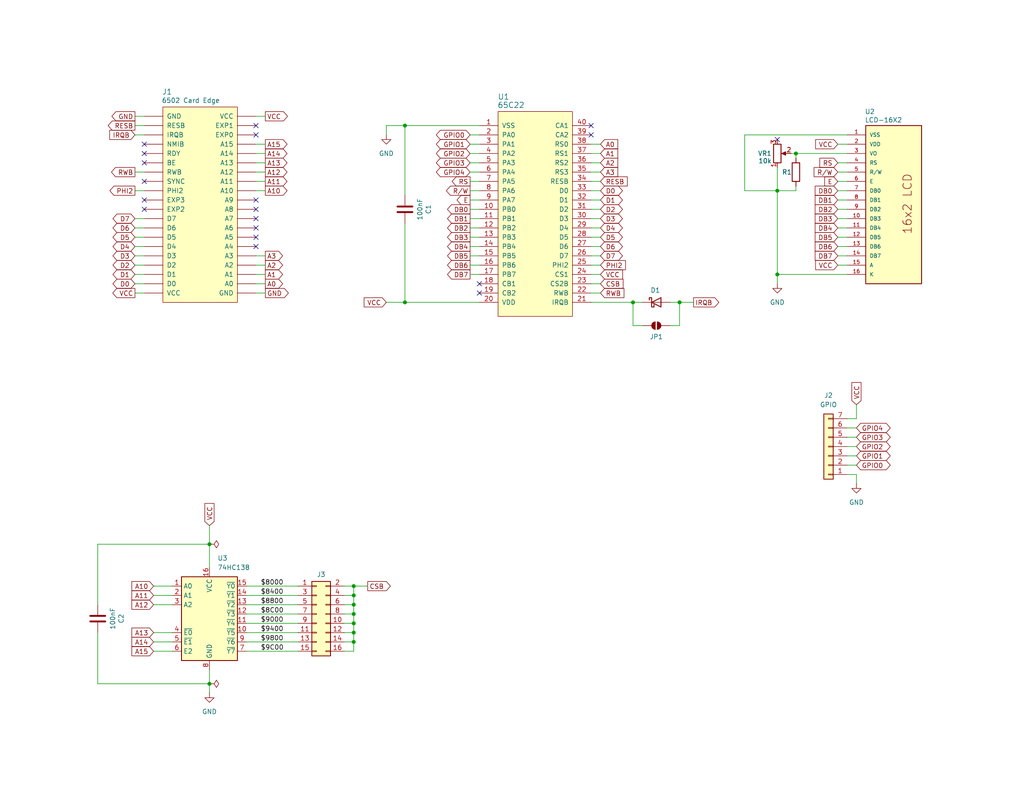
<source format=kicad_sch>
(kicad_sch (version 20250114) (generator "eeschema") (generator_version "9.0")
  (paper "USLetter")
  (title_block (title "6502 LCD Card") (date "2025-09-06") (rev "1.1") (company "A.C. Wright Design"))
  (lib_symbols
    (symbol "6502 Parts:6502 Card Edge" (pin_names (offset 1.016)) (in_bom no)
      (property "Reference" "J" (at -10.16 28.448 0))
      (property "Value" "6502 Card Edge" (at -5.588 26.924 0))
      (symbol "6502 Card Edge_1_0"
        (rectangle (start -10.16 25.4) (end 10.16 -27.94) (fill (type background)))
        (pin power_in line (at -15.24 22.86 0) (length 5.08) (name "GND") (number "GND"))
        (pin bidirectional line (at -15.24 20.32 0) (length 5.08) (name "RESB") (number "RESB"))
        (pin bidirectional line (at -15.24 17.78 0) (length 5.08) (name "IRQB") (number "IRQB"))
        (pin bidirectional line (at -15.24 15.24 0) (length 5.08) (name "NMIB") (number "NMIB"))
        (pin bidirectional line (at -15.24 12.7 0) (length 5.08) (name "RDY") (number "RDY"))
        (pin bidirectional line (at -15.24 10.16 0) (length 5.08) (name "BE") (number "BE"))
        (pin bidirectional line (at -15.24 7.62 0) (length 5.08) (name "RWB") (number "RWB"))
        (pin bidirectional line (at -15.24 5.08 0) (length 5.08) (name "SYNC") (number "SYNC"))
        (pin bidirectional line (at -15.24 2.54 0) (length 5.08) (name "PHI2") (number "PHI2"))
        (pin bidirectional line (at -15.24 0 0) (length 5.08) (name "EXP3") (number "EXP3"))
        (pin bidirectional line (at -15.24 -2.54 0) (length 5.08) (name "EXP2") (number "EXP2"))
        (pin bidirectional line (at -15.24 -5.08 0) (length 5.08) (name "D7") (number "D7"))
        (pin bidirectional line (at -15.24 -7.62 0) (length 5.08) (name "D6") (number "D6"))
        (pin bidirectional line (at -15.24 -10.16 0) (length 5.08) (name "D5") (number "D5"))
        (pin bidirectional line (at -15.24 -12.7 0) (length 5.08) (name "D4") (number "D4"))
        (pin bidirectional line (at -15.24 -15.24 0) (length 5.08) (name "D3") (number "D3"))
        (pin bidirectional line (at -15.24 -17.78 0) (length 5.08) (name "D2") (number "D2"))
        (pin bidirectional line (at -15.24 -20.32 0) (length 5.08) (name "D1") (number "D1"))
        (pin bidirectional line (at -15.24 -22.86 0) (length 5.08) (name "D0") (number "D0"))
        (pin power_in line (at -15.24 -25.4 0) (length 5.08) (name "VCC") (number "VCC"))
        (pin power_in line (at 15.24 22.86 180) (length 5.08) (name "VCC") (number "VCC"))
        (pin bidirectional line (at 15.24 20.32 180) (length 5.08) (name "EXP1") (number "EXP1"))
        (pin bidirectional line (at 15.24 17.78 180) (length 5.08) (name "EXP0") (number "EXP0"))
        (pin bidirectional line (at 15.24 15.24 180) (length 5.08) (name "A15") (number "A15"))
        (pin bidirectional line (at 15.24 12.7 180) (length 5.08) (name "A14") (number "A14"))
        (pin bidirectional line (at 15.24 10.16 180) (length 5.08) (name "A13") (number "A13"))
        (pin bidirectional line (at 15.24 7.62 180) (length 5.08) (name "A12") (number "A12"))
        (pin bidirectional line (at 15.24 5.08 180) (length 5.08) (name "A11") (number "A11"))
        (pin bidirectional line (at 15.24 2.54 180) (length 5.08) (name "A10") (number "A10"))
        (pin bidirectional line (at 15.24 0 180) (length 5.08) (name "A9") (number "A9"))
        (pin bidirectional line (at 15.24 -2.54 180) (length 5.08) (name "A8") (number "A8"))
        (pin bidirectional line (at 15.24 -5.08 180) (length 5.08) (name "A7") (number "A7"))
        (pin bidirectional line (at 15.24 -7.62 180) (length 5.08) (name "A6") (number "A6"))
        (pin bidirectional line (at 15.24 -10.16 180) (length 5.08) (name "A5") (number "A5"))
        (pin bidirectional line (at 15.24 -12.7 180) (length 5.08) (name "A4") (number "A4"))
        (pin bidirectional line (at 15.24 -15.24 180) (length 5.08) (name "A3") (number "A3"))
        (pin bidirectional line (at 15.24 -17.78 180) (length 5.08) (name "A2") (number "A2"))
        (pin bidirectional line (at 15.24 -20.32 180) (length 5.08) (name "A1") (number "A1"))
        (pin bidirectional line (at 15.24 -22.86 180) (length 5.08) (name "A0") (number "A0"))
        (pin power_in line (at 15.24 -25.4 180) (length 5.08) (name "GND") (number "GND"))
      )
    )
    (symbol "6502 Parts:65C22" (pin_names (offset 1.016))
      (property "Reference" "U" (at 4.826 8.128 0))
      (property "Value" "65C22" (at 4.826 5.588 0))
      (symbol "65C22_0_1"
        (rectangle (start 5.08 3.81) (end 25.4 -52.07) (fill (type background)))
      )
      (symbol "65C22_1_0"
        (pin power_in line (at 0 0 0) (length 5.08) (name "VSS") (number "1"))
        (pin bidirectional line (at 0 -2.54 0) (length 5.08) (name "PA0") (number "2"))
        (pin bidirectional line (at 0 -5.08 0) (length 5.08) (name "PA1") (number "3"))
        (pin bidirectional line (at 0 -7.62 0) (length 5.08) (name "PA2") (number "4"))
        (pin bidirectional line (at 0 -10.16 0) (length 5.08) (name "PA3") (number "5"))
        (pin bidirectional line (at 0 -12.7 0) (length 5.08) (name "PA4") (number "6"))
        (pin bidirectional line (at 0 -15.24 0) (length 5.08) (name "PA5") (number "7"))
        (pin bidirectional line (at 0 -17.78 0) (length 5.08) (name "PA6") (number "8"))
        (pin bidirectional line (at 0 -20.32 0) (length 5.08) (name "PA7") (number "9"))
        (pin bidirectional line (at 0 -22.86 0) (length 5.08) (name "PB0") (number "10"))
        (pin bidirectional line (at 0 -25.4 0) (length 5.08) (name "PB1") (number "11"))
        (pin bidirectional line (at 0 -27.94 0) (length 5.08) (name "PB2") (number "12"))
        (pin bidirectional line (at 0 -30.48 0) (length 5.08) (name "PB3") (number "13"))
        (pin bidirectional line (at 0 -33.02 0) (length 5.08) (name "PB4") (number "14"))
        (pin bidirectional line (at 0 -35.56 0) (length 5.08) (name "PB5") (number "15"))
        (pin bidirectional line (at 0 -38.1 0) (length 5.08) (name "PB6") (number "16"))
        (pin bidirectional line (at 0 -40.64 0) (length 5.08) (name "PB7") (number "17"))
        (pin bidirectional line (at 0 -43.18 0) (length 5.08) (name "CB1") (number "18"))
        (pin bidirectional line (at 0 -45.72 0) (length 5.08) (name "CB2") (number "19"))
        (pin power_in line (at 0 -48.26 0) (length 5.08) (name "VDD") (number "20"))
        (pin bidirectional line (at 30.48 0 180) (length 5.08) (name "CA1") (number "40"))
        (pin bidirectional line (at 30.48 -2.54 180) (length 5.08) (name "CA2") (number "39"))
        (pin input line (at 30.48 -5.08 180) (length 5.08) (name "RS0") (number "38"))
        (pin input line (at 30.48 -7.62 180) (length 5.08) (name "RS1") (number "37"))
        (pin input line (at 30.48 -10.16 180) (length 5.08) (name "RS2") (number "36"))
        (pin input line (at 30.48 -12.7 180) (length 5.08) (name "RS3") (number "35"))
        (pin input line (at 30.48 -15.24 180) (length 5.08) (name "RESB") (number "34"))
        (pin output line (at 30.48 -17.78 180) (length 5.08) (name "D0") (number "33"))
        (pin output line (at 30.48 -20.32 180) (length 5.08) (name "D1") (number "32"))
        (pin output line (at 30.48 -22.86 180) (length 5.08) (name "D2") (number "31"))
        (pin output line (at 30.48 -25.4 180) (length 5.08) (name "D3") (number "30"))
        (pin output line (at 30.48 -27.94 180) (length 5.08) (name "D4") (number "29"))
        (pin output line (at 30.48 -30.48 180) (length 5.08) (name "D5") (number "28"))
        (pin output line (at 30.48 -33.02 180) (length 5.08) (name "D6") (number "27"))
        (pin output line (at 30.48 -35.56 180) (length 5.08) (name "D7") (number "26"))
        (pin input line (at 30.48 -38.1 180) (length 5.08) (name "PHI2") (number "25"))
        (pin input line (at 30.48 -40.64 180) (length 5.08) (name "CS1") (number "24"))
        (pin input line (at 30.48 -43.18 180) (length 5.08) (name "CS2B") (number "23"))
        (pin input line (at 30.48 -45.72 180) (length 5.08) (name "RWB") (number "22"))
        (pin output line (at 30.48 -48.26 180) (length 5.08) (name "IRQB") (number "21"))
      )
    )
    (symbol "6502 Parts:LCD-16X2" (pin_names (offset 1.016))
      (property "Reference" "U" (at -7.874 25.654 0))
      (property "Value" "LCD-16X2" (at -7.874 23.622 0))
      (symbol "LCD-16X2_0_0"
        (rectangle (start -7.62 -20.32) (end 7.62 22.86) (stroke (width 0.254)) (fill (type background)))
        (text "16x2 LCD" (at 5.08 -6.858 900) (effects (font (size 2.286 2.286)) (justify left bottom)))
        (pin power_in line (at -12.7 20.32 0) (length 5.08) (name "VSS") (number "1"))
        (pin power_in line (at -12.7 17.78 0) (length 5.08) (name "VDD") (number "2"))
        (pin bidirectional line (at -12.7 15.24 0) (length 5.08) (name "VO") (number "3"))
        (pin input line (at -12.7 12.7 0) (length 5.08) (name "RS") (number "4"))
        (pin input line (at -12.7 10.16 0) (length 5.08) (name "R/W") (number "5"))
        (pin input line (at -12.7 7.62 0) (length 5.08) (name "E") (number "6"))
        (pin bidirectional line (at -12.7 5.08 0) (length 5.08) (name "DB0") (number "7"))
        (pin bidirectional line (at -12.7 2.54 0) (length 5.08) (name "DB1") (number "8"))
        (pin bidirectional line (at -12.7 0 0) (length 5.08) (name "DB2") (number "9"))
        (pin bidirectional line (at -12.7 -2.54 0) (length 5.08) (name "DB3") (number "10"))
        (pin bidirectional line (at -12.7 -5.08 0) (length 5.08) (name "DB4") (number "11"))
        (pin bidirectional line (at -12.7 -7.62 0) (length 5.08) (name "DB5") (number "12"))
        (pin bidirectional line (at -12.7 -10.16 0) (length 5.08) (name "DB6") (number "13"))
        (pin bidirectional line (at -12.7 -12.7 0) (length 5.08) (name "DB7") (number "14"))
        (pin power_in line (at -12.7 -15.24 0) (length 5.08) (name "A") (number "15"))
        (pin power_in line (at -12.7 -17.78 0) (length 5.08) (name "K") (number "16"))
      )
    )
    (symbol "74xx:74HC138"
      (property "Reference" "U" (at -7.62 13.97 0))
      (property "Value" "74HC138" (at 2.54 -11.43 0))
      (symbol "74HC138_0_1"
        (rectangle (start -7.62 12.7) (end 7.62 -10.16) (stroke (width 0.254)) (fill (type background)))
      )
      (symbol "74HC138_1_1"
        (pin input line (at -10.16 10.16 0) (length 2.54) (name "A0") (number "1"))
        (pin input line (at -10.16 7.62 0) (length 2.54) (name "A1") (number "2"))
        (pin input line (at -10.16 5.08 0) (length 2.54) (name "A2") (number "3"))
        (pin input line (at -10.16 -2.54 0) (length 2.54) (name "~{E0}") (number "4"))
        (pin input line (at -10.16 -5.08 0) (length 2.54) (name "~{E1}") (number "5"))
        (pin input line (at -10.16 -7.62 0) (length 2.54) (name "E2") (number "6"))
        (pin power_in line (at 0 15.24 270) (length 2.54) (name "VCC") (number "16"))
        (pin power_in line (at 0 -12.7 90) (length 2.54) (name "GND") (number "8"))
        (pin output line (at 10.16 10.16 180) (length 2.54) (name "~{Y0}") (number "15"))
        (pin output line (at 10.16 7.62 180) (length 2.54) (name "~{Y1}") (number "14"))
        (pin output line (at 10.16 5.08 180) (length 2.54) (name "~{Y2}") (number "13"))
        (pin output line (at 10.16 2.54 180) (length 2.54) (name "~{Y3}") (number "12"))
        (pin output line (at 10.16 0 180) (length 2.54) (name "~{Y4}") (number "11"))
        (pin output line (at 10.16 -2.54 180) (length 2.54) (name "~{Y5}") (number "10"))
        (pin output line (at 10.16 -5.08 180) (length 2.54) (name "~{Y6}") (number "9"))
        (pin output line (at 10.16 -7.62 180) (length 2.54) (name "~{Y7}") (number "7"))
      )
    )
    (symbol "Connector_Generic:Conn_01x07" (pin_names (offset 1.016) (hide yes))
      (property "Reference" "J" (at 0 10.16 0))
      (property "Value" "Conn_01x07" (at 0 -10.16 0))
      (symbol "Conn_01x07_1_1"
        (rectangle (start -1.27 8.89) (end 1.27 -8.89) (stroke (width 0.254)) (fill (type background)))
        (rectangle (start -1.27 7.747) (end 0 7.493) (stroke (width 0.1524)))
        (rectangle (start -1.27 5.207) (end 0 4.953) (stroke (width 0.1524)))
        (rectangle (start -1.27 2.667) (end 0 2.413) (stroke (width 0.1524)))
        (rectangle (start -1.27 0.127) (end 0 -0.127) (stroke (width 0.1524)))
        (rectangle (start -1.27 -2.413) (end 0 -2.667) (stroke (width 0.1524)))
        (rectangle (start -1.27 -4.953) (end 0 -5.207) (stroke (width 0.1524)))
        (rectangle (start -1.27 -7.493) (end 0 -7.747) (stroke (width 0.1524)))
        (pin passive line (at -5.08 7.62 0) (length 3.81) (name "Pin_1") (number "1"))
        (pin passive line (at -5.08 5.08 0) (length 3.81) (name "Pin_2") (number "2"))
        (pin passive line (at -5.08 2.54 0) (length 3.81) (name "Pin_3") (number "3"))
        (pin passive line (at -5.08 0 0) (length 3.81) (name "Pin_4") (number "4"))
        (pin passive line (at -5.08 -2.54 0) (length 3.81) (name "Pin_5") (number "5"))
        (pin passive line (at -5.08 -5.08 0) (length 3.81) (name "Pin_6") (number "6"))
        (pin passive line (at -5.08 -7.62 0) (length 3.81) (name "Pin_7") (number "7"))
      )
    )
    (symbol "Connector_Generic:Conn_02x08_Odd_Even" (pin_names (offset 1.016) (hide yes))
      (property "Reference" "J" (at 1.27 10.16 0))
      (property "Value" "Conn_02x08_Odd_Even" (at 1.27 -12.7 0))
      (symbol "Conn_02x08_Odd_Even_1_1"
        (rectangle (start -1.27 8.89) (end 3.81 -11.43) (stroke (width 0.254)) (fill (type background)))
        (rectangle (start -1.27 7.747) (end 0 7.493) (stroke (width 0.1524)))
        (rectangle (start -1.27 5.207) (end 0 4.953) (stroke (width 0.1524)))
        (rectangle (start -1.27 2.667) (end 0 2.413) (stroke (width 0.1524)))
        (rectangle (start -1.27 0.127) (end 0 -0.127) (stroke (width 0.1524)))
        (rectangle (start -1.27 -2.413) (end 0 -2.667) (stroke (width 0.1524)))
        (rectangle (start -1.27 -4.953) (end 0 -5.207) (stroke (width 0.1524)))
        (rectangle (start -1.27 -7.493) (end 0 -7.747) (stroke (width 0.1524)))
        (rectangle (start -1.27 -10.033) (end 0 -10.287) (stroke (width 0.1524)))
        (rectangle (start 3.81 7.747) (end 2.54 7.493) (stroke (width 0.1524)))
        (rectangle (start 3.81 5.207) (end 2.54 4.953) (stroke (width 0.1524)))
        (rectangle (start 3.81 2.667) (end 2.54 2.413) (stroke (width 0.1524)))
        (rectangle (start 3.81 0.127) (end 2.54 -0.127) (stroke (width 0.1524)))
        (rectangle (start 3.81 -2.413) (end 2.54 -2.667) (stroke (width 0.1524)))
        (rectangle (start 3.81 -4.953) (end 2.54 -5.207) (stroke (width 0.1524)))
        (rectangle (start 3.81 -7.493) (end 2.54 -7.747) (stroke (width 0.1524)))
        (rectangle (start 3.81 -10.033) (end 2.54 -10.287) (stroke (width 0.1524)))
        (pin passive line (at -5.08 7.62 0) (length 3.81) (name "Pin_1") (number "1"))
        (pin passive line (at -5.08 5.08 0) (length 3.81) (name "Pin_3") (number "3"))
        (pin passive line (at -5.08 2.54 0) (length 3.81) (name "Pin_5") (number "5"))
        (pin passive line (at -5.08 0 0) (length 3.81) (name "Pin_7") (number "7"))
        (pin passive line (at -5.08 -2.54 0) (length 3.81) (name "Pin_9") (number "9"))
        (pin passive line (at -5.08 -5.08 0) (length 3.81) (name "Pin_11") (number "11"))
        (pin passive line (at -5.08 -7.62 0) (length 3.81) (name "Pin_13") (number "13"))
        (pin passive line (at -5.08 -10.16 0) (length 3.81) (name "Pin_15") (number "15"))
        (pin passive line (at 7.62 7.62 180) (length 3.81) (name "Pin_2") (number "2"))
        (pin passive line (at 7.62 5.08 180) (length 3.81) (name "Pin_4") (number "4"))
        (pin passive line (at 7.62 2.54 180) (length 3.81) (name "Pin_6") (number "6"))
        (pin passive line (at 7.62 0 180) (length 3.81) (name "Pin_8") (number "8"))
        (pin passive line (at 7.62 -2.54 180) (length 3.81) (name "Pin_10") (number "10"))
        (pin passive line (at 7.62 -5.08 180) (length 3.81) (name "Pin_12") (number "12"))
        (pin passive line (at 7.62 -7.62 180) (length 3.81) (name "Pin_14") (number "14"))
        (pin passive line (at 7.62 -10.16 180) (length 3.81) (name "Pin_16") (number "16"))
      )
    )
    (symbol "Device:C" (pin_numbers (hide yes)) (pin_names (offset 0.254))
      (property "Reference" "C" (at 0.635 2.54 0))
      (property "Value" "C" (at 0.635 -2.54 0))
      (symbol "C_0_1"
        (polyline (pts (xy -2.032 0.762) (xy 2.032 0.762)) (stroke (width 0.508)))
        (polyline (pts (xy -2.032 -0.762) (xy 2.032 -0.762)) (stroke (width 0.508)))
      )
      (symbol "C_1_1"
        (pin passive line (at 0 3.81 270) (length 2.794) (name "~") (number "1"))
        (pin passive line (at 0 -3.81 90) (length 2.794) (name "~") (number "2"))
      )
    )
    (symbol "Device:D_Schottky" (pin_numbers (hide yes)) (pin_names (offset 1.016) (hide yes))
      (property "Reference" "D" (at 0 2.54 0))
      (property "Value" "D_Schottky" (at 0 -2.54 0))
      (symbol "D_Schottky_0_1"
        (polyline (pts (xy -1.905 0.635) (xy -1.905 1.27) (xy -1.27 1.27) (xy -1.27 -1.27) (xy -0.635 -1.27) (xy -0.635 -0.635)) (stroke (width 0.254)))
        (polyline (pts (xy 1.27 1.27) (xy 1.27 -1.27) (xy -1.27 0) (xy 1.27 1.27)) (stroke (width 0.254)))
        (polyline (pts (xy 1.27 0) (xy -1.27 0)))
      )
      (symbol "D_Schottky_1_1"
        (pin passive line (at -3.81 0 0) (length 2.54) (name "K") (number "1"))
        (pin passive line (at 3.81 0 180) (length 2.54) (name "A") (number "2"))
      )
    )
    (symbol "Device:R" (pin_numbers (hide yes)) (pin_names (offset 0))
      (property "Reference" "R" (at 2.032 0 90))
      (property "Value" "R" (at 0 0 90))
      (symbol "R_0_1"
        (rectangle (start -1.016 -2.54) (end 1.016 2.54) (stroke (width 0.254)))
      )
      (symbol "R_1_1"
        (pin passive line (at 0 3.81 270) (length 1.27) (name "~") (number "1"))
        (pin passive line (at 0 -3.81 90) (length 1.27) (name "~") (number "2"))
      )
    )
    (symbol "Device:R_Potentiometer" (pin_names (offset 1.016) (hide yes))
      (property "Reference" "RV" (at -4.445 0 90))
      (property "Value" "R_Potentiometer" (at -2.54 0 90))
      (symbol "R_Potentiometer_0_1"
        (rectangle (start 1.016 2.54) (end -1.016 -2.54) (stroke (width 0.254)))
        (polyline (pts (xy 1.143 0) (xy 2.286 0.508) (xy 2.286 -0.508) (xy 1.143 0)) (fill (type outline)))
        (polyline (pts (xy 2.54 0) (xy 1.524 0)))
      )
      (symbol "R_Potentiometer_1_1"
        (pin passive line (at 0 3.81 270) (length 1.27) (name "1") (number "1"))
        (pin passive line (at 0 -3.81 90) (length 1.27) (name "3") (number "3"))
        (pin passive line (at 3.81 0 180) (length 1.27) (name "2") (number "2"))
      )
    )
    (symbol "Jumper:SolderJumper_2_Open" (pin_numbers (hide yes)) (pin_names (offset 0) (hide yes)) (in_bom no)
      (property "Reference" "JP" (at 0 2.032 0))
      (property "Value" "SolderJumper_2_Open" (at 0 -2.54 0))
      (symbol "SolderJumper_2_Open_0_1"
        (polyline (pts (xy -0.254 1.016) (xy -0.254 -1.016)))
        (arc (start -0.254 -1.016) (mid -1.2656 0) (end -0.254 1.016))
        (arc (start -0.254 -1.016) (mid -1.2656 0) (end -0.254 1.016) (fill (type outline)))
        (arc (start 0.254 1.016) (mid 1.2656 0) (end 0.254 -1.016))
        (arc (start 0.254 1.016) (mid 1.2656 0) (end 0.254 -1.016) (fill (type outline)))
        (polyline (pts (xy 0.254 1.016) (xy 0.254 -1.016)))
      )
      (symbol "SolderJumper_2_Open_1_1"
        (pin passive line (at -3.81 0 0) (length 2.54) (name "A") (number "1"))
        (pin passive line (at 3.81 0 180) (length 2.54) (name "B") (number "2"))
      )
    )
    (symbol "power:GND" (power) (pin_numbers (hide yes)) (pin_names (offset 0) (hide yes))
      (property "Value" "GND" (at 0 -3.81 0))
      (symbol "GND_0_1"
        (polyline (pts (xy 0 0) (xy 0 -1.27) (xy 1.27 -1.27) (xy 0 -2.54) (xy -1.27 -1.27) (xy 0 -1.27)))
      )
      (symbol "GND_1_1"
        (pin power_in line (at 0 0 270) (length 0) (name "~") (number "1"))
      )
    )
    (symbol "power:PWR_FLAG" (power) (pin_numbers (hide yes)) (pin_names (offset 0) (hide yes))
      (property "Value" "PWR_FLAG" (at 0 3.81 0))
      (symbol "PWR_FLAG_0_0"
        (pin power_out line (at 0 0 90) (length 0) (name "~") (number "1"))
      )
      (symbol "PWR_FLAG_0_1"
        (polyline (pts (xy 0 0) (xy 0 1.27) (xy -1.016 1.905) (xy 0 2.54) (xy 1.016 1.905) (xy 0 1.27)))
      )
    )
  )
  (junction (at 212.09 74.93))
  (junction (at 96.52 162.56))
  (junction (at 110.49 34.29))
  (junction (at 96.52 160.02))
  (junction (at 172.72 82.55))
  (junction (at 57.15 186.69))
  (junction (at 217.17 41.91))
  (junction (at 96.52 170.18))
  (junction (at 96.52 165.1))
  (junction (at 96.52 167.64))
  (junction (at 212.09 52.07))
  (junction (at 185.42 82.55))
  (junction (at 57.15 148.59))
  (junction (at 96.52 175.26))
  (junction (at 96.52 172.72))
  (junction (at 110.49 82.55))
  (no_connect (at 69.85 36.83))
  (no_connect (at 161.29 34.29))
  (no_connect (at 39.37 39.37))
  (no_connect (at 212.09 38.1))
  (no_connect (at 69.85 59.69))
  (no_connect (at 39.37 49.53))
  (no_connect (at 39.37 41.91))
  (no_connect (at 69.85 64.77))
  (no_connect (at 161.29 36.83))
  (no_connect (at 130.81 77.47))
  (no_connect (at 39.37 57.15))
  (no_connect (at 69.85 54.61))
  (no_connect (at 69.85 34.29))
  (no_connect (at 39.37 54.61))
  (no_connect (at 69.85 67.31))
  (no_connect (at 69.85 62.23))
  (no_connect (at 130.81 80.01))
  (no_connect (at 39.37 44.45))
  (no_connect (at 69.85 57.15))
  (wire (pts (xy 185.42 82.55) (xy 189.23 82.55)))
  (wire (pts (xy 36.83 36.83) (xy 39.37 36.83)))
  (wire (pts (xy 110.49 82.55) (xy 130.81 82.55)))
  (wire (pts (xy 96.52 167.64) (xy 93.98 167.64)))
  (wire (pts (xy 217.17 43.18) (xy 217.17 41.91)))
  (wire (pts (xy 161.29 57.15) (xy 163.83 57.15)))
  (wire (pts (xy 161.29 46.99) (xy 163.83 46.99)))
  (wire (pts (xy 228.6 57.15) (xy 231.14 57.15)))
  (wire (pts (xy 161.29 44.45) (xy 163.83 44.45)))
  (wire (pts (xy 212.09 74.93) (xy 212.09 77.47)))
  (wire (pts (xy 69.85 74.93) (xy 72.39 74.93)))
  (wire (pts (xy 203.2 52.07) (xy 212.09 52.07)))
  (wire (pts (xy 231.14 74.93) (xy 212.09 74.93)))
  (wire (pts (xy 203.2 36.83) (xy 231.14 36.83)))
  (wire (pts (xy 161.29 41.91) (xy 163.83 41.91)))
  (wire (pts (xy 105.41 82.55) (xy 110.49 82.55)))
  (wire (pts (xy 41.91 175.26) (xy 46.99 175.26)))
  (wire (pts (xy 161.29 64.77) (xy 163.83 64.77)))
  (wire (pts (xy 172.72 88.9) (xy 175.26 88.9)))
  (wire (pts (xy 41.91 162.56) (xy 46.99 162.56)))
  (wire (pts (xy 69.85 41.91) (xy 72.39 41.91)))
  (wire (pts (xy 161.29 82.55) (xy 172.72 82.55)))
  (wire (pts (xy 228.6 67.31) (xy 231.14 67.31)))
  (wire (pts (xy 110.49 34.29) (xy 110.49 53.34)))
  (wire (pts (xy 69.85 39.37) (xy 72.39 39.37)))
  (wire (pts (xy 128.27 64.77) (xy 130.81 64.77)))
  (wire (pts (xy 161.29 54.61) (xy 163.83 54.61)))
  (wire (pts (xy 36.83 77.47) (xy 39.37 77.47)))
  (wire (pts (xy 228.6 44.45) (xy 231.14 44.45)))
  (wire (pts (xy 212.09 52.07) (xy 212.09 74.93)))
  (wire (pts (xy 67.31 162.56) (xy 81.28 162.56)))
  (wire (pts (xy 67.31 177.8) (xy 81.28 177.8)))
  (wire (pts (xy 96.52 175.26) (xy 96.52 172.72)))
  (wire (pts (xy 182.88 88.9) (xy 185.42 88.9)))
  (wire (pts (xy 96.52 172.72) (xy 96.52 170.18)))
  (wire (pts (xy 96.52 170.18) (xy 93.98 170.18)))
  (wire (pts (xy 233.68 129.54) (xy 233.68 132.08)))
  (wire (pts (xy 233.68 110.49) (xy 233.68 114.3)))
  (wire (pts (xy 231.14 129.54) (xy 233.68 129.54)))
  (wire (pts (xy 231.14 121.92) (xy 233.68 121.92)))
  (wire (pts (xy 217.17 50.8) (xy 217.17 52.07)))
  (wire (pts (xy 228.6 39.37) (xy 231.14 39.37)))
  (wire (pts (xy 105.41 34.29) (xy 110.49 34.29)))
  (wire (pts (xy 231.14 119.38) (xy 233.68 119.38)))
  (wire (pts (xy 161.29 80.01) (xy 163.83 80.01)))
  (wire (pts (xy 26.67 148.59) (xy 26.67 165.1)))
  (wire (pts (xy 67.31 175.26) (xy 81.28 175.26)))
  (wire (pts (xy 128.27 49.53) (xy 130.81 49.53)))
  (wire (pts (xy 228.6 59.69) (xy 231.14 59.69)))
  (wire (pts (xy 41.91 177.8) (xy 46.99 177.8)))
  (wire (pts (xy 231.14 116.84) (xy 233.68 116.84)))
  (wire (pts (xy 69.85 31.75) (xy 72.39 31.75)))
  (wire (pts (xy 231.14 127) (xy 233.68 127)))
  (wire (pts (xy 57.15 148.59) (xy 57.15 154.94)))
  (wire (pts (xy 128.27 67.31) (xy 130.81 67.31)))
  (wire (pts (xy 203.2 36.83) (xy 203.2 52.07)))
  (wire (pts (xy 233.68 114.3) (xy 231.14 114.3)))
  (wire (pts (xy 161.29 77.47) (xy 163.83 77.47)))
  (wire (pts (xy 67.31 160.02) (xy 81.28 160.02)))
  (wire (pts (xy 228.6 62.23) (xy 231.14 62.23)))
  (wire (pts (xy 41.91 160.02) (xy 46.99 160.02)))
  (wire (pts (xy 128.27 39.37) (xy 130.81 39.37)))
  (wire (pts (xy 36.83 31.75) (xy 39.37 31.75)))
  (wire (pts (xy 228.6 49.53) (xy 231.14 49.53)))
  (wire (pts (xy 128.27 36.83) (xy 130.81 36.83)))
  (wire (pts (xy 128.27 72.39) (xy 130.81 72.39)))
  (wire (pts (xy 161.29 72.39) (xy 163.83 72.39)))
  (wire (pts (xy 217.17 41.91) (xy 231.14 41.91)))
  (wire (pts (xy 69.85 44.45) (xy 72.39 44.45)))
  (wire (pts (xy 36.83 62.23) (xy 39.37 62.23)))
  (wire (pts (xy 228.6 69.85) (xy 231.14 69.85)))
  (wire (pts (xy 36.83 52.07) (xy 39.37 52.07)))
  (wire (pts (xy 215.9 41.91) (xy 217.17 41.91)))
  (wire (pts (xy 69.85 46.99) (xy 72.39 46.99)))
  (wire (pts (xy 26.67 186.69) (xy 26.67 172.72)))
  (wire (pts (xy 36.83 46.99) (xy 39.37 46.99)))
  (wire (pts (xy 231.14 124.46) (xy 233.68 124.46)))
  (wire (pts (xy 57.15 186.69) (xy 57.15 189.23)))
  (wire (pts (xy 128.27 54.61) (xy 130.81 54.61)))
  (wire (pts (xy 36.83 74.93) (xy 39.37 74.93)))
  (wire (pts (xy 67.31 167.64) (xy 81.28 167.64)))
  (wire (pts (xy 67.31 170.18) (xy 81.28 170.18)))
  (wire (pts (xy 128.27 74.93) (xy 130.81 74.93)))
  (wire (pts (xy 128.27 44.45) (xy 130.81 44.45)))
  (wire (pts (xy 228.6 52.07) (xy 231.14 52.07)))
  (wire (pts (xy 96.52 162.56) (xy 96.52 160.02)))
  (wire (pts (xy 69.85 80.01) (xy 72.39 80.01)))
  (wire (pts (xy 67.31 172.72) (xy 81.28 172.72)))
  (wire (pts (xy 57.15 148.59) (xy 57.15 143.51)))
  (wire (pts (xy 96.52 160.02) (xy 100.33 160.02)))
  (wire (pts (xy 26.67 186.69) (xy 57.15 186.69)))
  (wire (pts (xy 41.91 165.1) (xy 46.99 165.1)))
  (wire (pts (xy 69.85 69.85) (xy 72.39 69.85)))
  (wire (pts (xy 93.98 165.1) (xy 96.52 165.1)))
  (wire (pts (xy 36.83 64.77) (xy 39.37 64.77)))
  (wire (pts (xy 217.17 52.07) (xy 212.09 52.07)))
  (wire (pts (xy 161.29 59.69) (xy 163.83 59.69)))
  (wire (pts (xy 161.29 62.23) (xy 163.83 62.23)))
  (wire (pts (xy 41.91 172.72) (xy 46.99 172.72)))
  (wire (pts (xy 67.31 165.1) (xy 81.28 165.1)))
  (wire (pts (xy 161.29 69.85) (xy 163.83 69.85)))
  (wire (pts (xy 110.49 60.96) (xy 110.49 82.55)))
  (wire (pts (xy 212.09 45.72) (xy 212.09 52.07)))
  (wire (pts (xy 36.83 69.85) (xy 39.37 69.85)))
  (wire (pts (xy 96.52 177.8) (xy 96.52 175.26)))
  (wire (pts (xy 128.27 57.15) (xy 130.81 57.15)))
  (wire (pts (xy 161.29 52.07) (xy 163.83 52.07)))
  (wire (pts (xy 36.83 34.29) (xy 39.37 34.29)))
  (wire (pts (xy 69.85 77.47) (xy 72.39 77.47)))
  (wire (pts (xy 36.83 59.69) (xy 39.37 59.69)))
  (wire (pts (xy 128.27 69.85) (xy 130.81 69.85)))
  (wire (pts (xy 161.29 67.31) (xy 163.83 67.31)))
  (wire (pts (xy 96.52 162.56) (xy 93.98 162.56)))
  (wire (pts (xy 96.52 170.18) (xy 96.52 167.64)))
  (wire (pts (xy 161.29 49.53) (xy 163.83 49.53)))
  (wire (pts (xy 96.52 167.64) (xy 96.52 165.1)))
  (wire (pts (xy 228.6 64.77) (xy 231.14 64.77)))
  (wire (pts (xy 128.27 52.07) (xy 130.81 52.07)))
  (wire (pts (xy 228.6 46.99) (xy 231.14 46.99)))
  (wire (pts (xy 96.52 172.72) (xy 93.98 172.72)))
  (wire (pts (xy 128.27 41.91) (xy 130.81 41.91)))
  (wire (pts (xy 36.83 80.01) (xy 39.37 80.01)))
  (wire (pts (xy 228.6 54.61) (xy 231.14 54.61)))
  (wire (pts (xy 93.98 160.02) (xy 96.52 160.02)))
  (wire (pts (xy 105.41 36.83) (xy 105.41 34.29)))
  (wire (pts (xy 185.42 82.55) (xy 182.88 82.55)))
  (wire (pts (xy 36.83 72.39) (xy 39.37 72.39)))
  (wire (pts (xy 172.72 82.55) (xy 172.72 88.9)))
  (wire (pts (xy 69.85 72.39) (xy 72.39 72.39)))
  (wire (pts (xy 128.27 62.23) (xy 130.81 62.23)))
  (wire (pts (xy 57.15 148.59) (xy 26.67 148.59)))
  (wire (pts (xy 228.6 72.39) (xy 231.14 72.39)))
  (wire (pts (xy 172.72 82.55) (xy 175.26 82.55)))
  (wire (pts (xy 69.85 49.53) (xy 72.39 49.53)))
  (wire (pts (xy 96.52 165.1) (xy 96.52 162.56)))
  (wire (pts (xy 128.27 59.69) (xy 130.81 59.69)))
  (wire (pts (xy 57.15 182.88) (xy 57.15 186.69)))
  (wire (pts (xy 96.52 175.26) (xy 93.98 175.26)))
  (wire (pts (xy 161.29 74.93) (xy 163.83 74.93)))
  (wire (pts (xy 36.83 67.31) (xy 39.37 67.31)))
  (wire (pts (xy 110.49 34.29) (xy 130.81 34.29)))
  (wire (pts (xy 185.42 88.9) (xy 185.42 82.55)))
  (wire (pts (xy 69.85 52.07) (xy 72.39 52.07)))
  (wire (pts (xy 128.27 46.99) (xy 130.81 46.99)))
  (wire (pts (xy 161.29 39.37) (xy 163.83 39.37)))
  (wire (pts (xy 93.98 177.8) (xy 96.52 177.8)))
  (label "$8000" (at 71.12 160.02 0))
  (label "$9C00" (at 71.12 177.8 0))
  (label "$9400" (at 71.12 172.72 0))
  (label "$8400" (at 71.12 162.56 0))
  (label "$8C00" (at 71.12 167.64 0))
  (label "$9800" (at 71.12 175.26 0))
  (label "$8800" (at 71.12 165.1 0))
  (label "$9000" (at 71.12 170.18 0))
  (global_label "D0" (shape bidirectional) (at 36.83 77.47 180) (property "Intersheetrefs" "${INTERSHEET_REFS}" (effects (hide yes))))
  (global_label "A11" (shape output) (at 72.39 49.53 0) (property "Intersheetrefs" "${INTERSHEET_REFS}" (effects (hide yes))))
  (global_label "DB5" (shape input) (at 228.6 64.77 180) (property "Intersheetrefs" "${INTERSHEET_REFS}" (effects (hide yes))))
  (global_label "GPIO2" (shape bidirectional) (at 128.27 41.91 180) (property "Intersheetrefs" "${INTERSHEET_REFS}" (effects (hide yes))))
  (global_label "VCC" (shape input) (at 233.68 110.49 90) (property "Intersheetrefs" "${INTERSHEET_REFS}" (effects (hide yes))))
  (global_label "D6" (shape bidirectional) (at 163.83 67.31 0) (property "Intersheetrefs" "${INTERSHEET_REFS}" (effects (hide yes))))
  (global_label "D4" (shape bidirectional) (at 36.83 67.31 180) (property "Intersheetrefs" "${INTERSHEET_REFS}" (effects (hide yes))))
  (global_label "CSB" (shape output) (at 100.33 160.02 0) (property "Intersheetrefs" "${INTERSHEET_REFS}" (effects (hide yes))))
  (global_label "DB2" (shape input) (at 228.6 57.15 180) (property "Intersheetrefs" "${INTERSHEET_REFS}" (effects (hide yes))))
  (global_label "VCC" (shape input) (at 57.15 143.51 90) (property "Intersheetrefs" "${INTERSHEET_REFS}" (effects (hide yes))))
  (global_label "E" (shape input) (at 228.6 49.53 180) (property "Intersheetrefs" "${INTERSHEET_REFS}" (effects (hide yes))))
  (global_label "PHI2" (shape output) (at 36.83 52.07 180) (property "Intersheetrefs" "${INTERSHEET_REFS}" (effects (hide yes))))
  (global_label "RESB" (shape output) (at 36.83 34.29 180) (property "Intersheetrefs" "${INTERSHEET_REFS}" (effects (hide yes))))
  (global_label "GPIO0" (shape bidirectional) (at 233.68 127 0) (property "Intersheetrefs" "${INTERSHEET_REFS}" (effects (hide yes))))
  (global_label "DB5" (shape output) (at 128.27 69.85 180) (property "Intersheetrefs" "${INTERSHEET_REFS}" (effects (hide yes))))
  (global_label "GPIO1" (shape bidirectional) (at 233.68 124.46 0) (property "Intersheetrefs" "${INTERSHEET_REFS}" (effects (hide yes))))
  (global_label "A14" (shape output) (at 72.39 41.91 0) (property "Intersheetrefs" "${INTERSHEET_REFS}" (effects (hide yes))))
  (global_label "PHI2" (shape input) (at 163.83 72.39 0) (property "Intersheetrefs" "${INTERSHEET_REFS}" (effects (hide yes))))
  (global_label "A12" (shape input) (at 41.91 165.1 180) (property "Intersheetrefs" "${INTERSHEET_REFS}" (effects (hide yes))))
  (global_label "A15" (shape input) (at 41.91 177.8 180) (property "Intersheetrefs" "${INTERSHEET_REFS}" (effects (hide yes))))
  (global_label "RESB" (shape input) (at 163.83 49.53 0) (property "Intersheetrefs" "${INTERSHEET_REFS}" (effects (hide yes))))
  (global_label "A1" (shape input) (at 163.83 41.91 0) (property "Intersheetrefs" "${INTERSHEET_REFS}" (effects (hide yes))))
  (global_label "RS" (shape input) (at 228.6 44.45 180) (property "Intersheetrefs" "${INTERSHEET_REFS}" (effects (hide yes))))
  (global_label "A13" (shape input) (at 41.91 172.72 180) (property "Intersheetrefs" "${INTERSHEET_REFS}" (effects (hide yes))))
  (global_label "VCC" (shape input) (at 105.41 82.55 180) (property "Intersheetrefs" "${INTERSHEET_REFS}" (effects (hide yes))))
  (global_label "A10" (shape output) (at 72.39 52.07 0) (property "Intersheetrefs" "${INTERSHEET_REFS}" (effects (hide yes))))
  (global_label "GPIO0" (shape bidirectional) (at 128.27 36.83 180) (property "Intersheetrefs" "${INTERSHEET_REFS}" (effects (hide yes))))
  (global_label "VCC" (shape input) (at 163.83 74.93 0) (property "Intersheetrefs" "${INTERSHEET_REFS}" (effects (hide yes))))
  (global_label "D1" (shape bidirectional) (at 163.83 54.61 0) (property "Intersheetrefs" "${INTERSHEET_REFS}" (effects (hide yes))))
  (global_label "R{slash}W" (shape output) (at 128.27 52.07 180) (property "Intersheetrefs" "${INTERSHEET_REFS}" (effects (hide yes))))
  (global_label "GND" (shape output) (at 72.39 80.01 0) (property "Intersheetrefs" "${INTERSHEET_REFS}" (effects (hide yes))))
  (global_label "A1" (shape output) (at 72.39 74.93 0) (property "Intersheetrefs" "${INTERSHEET_REFS}" (effects (hide yes))))
  (global_label "DB6" (shape output) (at 128.27 72.39 180) (property "Intersheetrefs" "${INTERSHEET_REFS}" (effects (hide yes))))
  (global_label "VCC" (shape output) (at 72.39 31.75 0) (property "Intersheetrefs" "${INTERSHEET_REFS}" (effects (hide yes))))
  (global_label "D6" (shape bidirectional) (at 36.83 62.23 180) (property "Intersheetrefs" "${INTERSHEET_REFS}" (effects (hide yes))))
  (global_label "A2" (shape output) (at 72.39 72.39 0) (property "Intersheetrefs" "${INTERSHEET_REFS}" (effects (hide yes))))
  (global_label "E" (shape output) (at 128.27 54.61 180) (property "Intersheetrefs" "${INTERSHEET_REFS}" (effects (hide yes))))
  (global_label "A3" (shape input) (at 163.83 46.99 0) (property "Intersheetrefs" "${INTERSHEET_REFS}" (effects (hide yes))))
  (global_label "DB4" (shape input) (at 228.6 62.23 180) (property "Intersheetrefs" "${INTERSHEET_REFS}" (effects (hide yes))))
  (global_label "DB0" (shape output) (at 128.27 57.15 180) (property "Intersheetrefs" "${INTERSHEET_REFS}" (effects (hide yes))))
  (global_label "R{slash}W" (shape input) (at 228.6 46.99 180) (property "Intersheetrefs" "${INTERSHEET_REFS}" (effects (hide yes))))
  (global_label "GPIO1" (shape bidirectional) (at 128.27 39.37 180) (property "Intersheetrefs" "${INTERSHEET_REFS}" (effects (hide yes))))
  (global_label "DB7" (shape input) (at 228.6 69.85 180) (property "Intersheetrefs" "${INTERSHEET_REFS}" (effects (hide yes))))
  (global_label "GPIO4" (shape bidirectional) (at 128.27 46.99 180) (property "Intersheetrefs" "${INTERSHEET_REFS}" (effects (hide yes))))
  (global_label "DB4" (shape output) (at 128.27 67.31 180) (property "Intersheetrefs" "${INTERSHEET_REFS}" (effects (hide yes))))
  (global_label "VCC" (shape output) (at 36.83 80.01 180) (property "Intersheetrefs" "${INTERSHEET_REFS}" (effects (hide yes))))
  (global_label "A2" (shape input) (at 163.83 44.45 0) (property "Intersheetrefs" "${INTERSHEET_REFS}" (effects (hide yes))))
  (global_label "D4" (shape bidirectional) (at 163.83 62.23 0) (property "Intersheetrefs" "${INTERSHEET_REFS}" (effects (hide yes))))
  (global_label "D2" (shape bidirectional) (at 36.83 72.39 180) (property "Intersheetrefs" "${INTERSHEET_REFS}" (effects (hide yes))))
  (global_label "D5" (shape bidirectional) (at 163.83 64.77 0) (property "Intersheetrefs" "${INTERSHEET_REFS}" (effects (hide yes))))
  (global_label "GPIO2" (shape bidirectional) (at 233.68 121.92 0) (property "Intersheetrefs" "${INTERSHEET_REFS}" (effects (hide yes))))
  (global_label "CSB" (shape input) (at 163.83 77.47 0) (property "Intersheetrefs" "${INTERSHEET_REFS}" (effects (hide yes))))
  (global_label "GPIO4" (shape bidirectional) (at 233.68 116.84 0) (property "Intersheetrefs" "${INTERSHEET_REFS}" (effects (hide yes))))
  (global_label "GND" (shape output) (at 36.83 31.75 180) (property "Intersheetrefs" "${INTERSHEET_REFS}" (effects (hide yes))))
  (global_label "IRQB" (shape output) (at 189.23 82.55 0) (property "Intersheetrefs" "${INTERSHEET_REFS}" (effects (hide yes))))
  (global_label "VCC" (shape input) (at 228.6 72.39 180) (property "Intersheetrefs" "${INTERSHEET_REFS}" (effects (hide yes))))
  (global_label "D3" (shape bidirectional) (at 36.83 69.85 180) (property "Intersheetrefs" "${INTERSHEET_REFS}" (effects (hide yes))))
  (global_label "DB2" (shape output) (at 128.27 62.23 180) (property "Intersheetrefs" "${INTERSHEET_REFS}" (effects (hide yes))))
  (global_label "D5" (shape bidirectional) (at 36.83 64.77 180) (property "Intersheetrefs" "${INTERSHEET_REFS}" (effects (hide yes))))
  (global_label "A11" (shape input) (at 41.91 162.56 180) (property "Intersheetrefs" "${INTERSHEET_REFS}" (effects (hide yes))))
  (global_label "RS" (shape output) (at 128.27 49.53 180) (property "Intersheetrefs" "${INTERSHEET_REFS}" (effects (hide yes))))
  (global_label "DB1" (shape input) (at 228.6 54.61 180) (property "Intersheetrefs" "${INTERSHEET_REFS}" (effects (hide yes))))
  (global_label "DB0" (shape input) (at 228.6 52.07 180) (property "Intersheetrefs" "${INTERSHEET_REFS}" (effects (hide yes))))
  (global_label "A0" (shape output) (at 72.39 77.47 0) (property "Intersheetrefs" "${INTERSHEET_REFS}" (effects (hide yes))))
  (global_label "D7" (shape bidirectional) (at 163.83 69.85 0) (property "Intersheetrefs" "${INTERSHEET_REFS}" (effects (hide yes))))
  (global_label "DB6" (shape input) (at 228.6 67.31 180) (property "Intersheetrefs" "${INTERSHEET_REFS}" (effects (hide yes))))
  (global_label "A13" (shape output) (at 72.39 44.45 0) (property "Intersheetrefs" "${INTERSHEET_REFS}" (effects (hide yes))))
  (global_label "RWB" (shape output) (at 36.83 46.99 180) (property "Intersheetrefs" "${INTERSHEET_REFS}" (effects (hide yes))))
  (global_label "D3" (shape bidirectional) (at 163.83 59.69 0) (property "Intersheetrefs" "${INTERSHEET_REFS}" (effects (hide yes))))
  (global_label "D2" (shape bidirectional) (at 163.83 57.15 0) (property "Intersheetrefs" "${INTERSHEET_REFS}" (effects (hide yes))))
  (global_label "RWB" (shape input) (at 163.83 80.01 0) (property "Intersheetrefs" "${INTERSHEET_REFS}" (effects (hide yes))))
  (global_label "GPIO3" (shape bidirectional) (at 233.68 119.38 0) (property "Intersheetrefs" "${INTERSHEET_REFS}" (effects (hide yes))))
  (global_label "D0" (shape bidirectional) (at 163.83 52.07 0) (property "Intersheetrefs" "${INTERSHEET_REFS}" (effects (hide yes))))
  (global_label "DB1" (shape output) (at 128.27 59.69 180) (property "Intersheetrefs" "${INTERSHEET_REFS}" (effects (hide yes))))
  (global_label "VCC" (shape input) (at 228.6 39.37 180) (property "Intersheetrefs" "${INTERSHEET_REFS}" (effects (hide yes))))
  (global_label "DB7" (shape output) (at 128.27 74.93 180) (property "Intersheetrefs" "${INTERSHEET_REFS}" (effects (hide yes))))
  (global_label "A0" (shape input) (at 163.83 39.37 0) (property "Intersheetrefs" "${INTERSHEET_REFS}" (effects (hide yes))))
  (global_label "DB3" (shape output) (at 128.27 64.77 180) (property "Intersheetrefs" "${INTERSHEET_REFS}" (effects (hide yes))))
  (global_label "D1" (shape bidirectional) (at 36.83 74.93 180) (property "Intersheetrefs" "${INTERSHEET_REFS}" (effects (hide yes))))
  (global_label "DB3" (shape input) (at 228.6 59.69 180) (property "Intersheetrefs" "${INTERSHEET_REFS}" (effects (hide yes))))
  (global_label "A14" (shape input) (at 41.91 175.26 180) (property "Intersheetrefs" "${INTERSHEET_REFS}" (effects (hide yes))))
  (global_label "A12" (shape output) (at 72.39 46.99 0) (property "Intersheetrefs" "${INTERSHEET_REFS}" (effects (hide yes))))
  (global_label "A15" (shape output) (at 72.39 39.37 0) (property "Intersheetrefs" "${INTERSHEET_REFS}" (effects (hide yes))))
  (global_label "A10" (shape input) (at 41.91 160.02 180) (property "Intersheetrefs" "${INTERSHEET_REFS}" (effects (hide yes))))
  (global_label "GPIO3" (shape bidirectional) (at 128.27 44.45 180) (property "Intersheetrefs" "${INTERSHEET_REFS}" (effects (hide yes))))
  (global_label "IRQB" (shape input) (at 36.83 36.83 180) (property "Intersheetrefs" "${INTERSHEET_REFS}" (effects (hide yes))))
  (global_label "A3" (shape output) (at 72.39 69.85 0) (property "Intersheetrefs" "${INTERSHEET_REFS}" (effects (hide yes))))
  (global_label "D7" (shape bidirectional) (at 36.83 59.69 180) (property "Intersheetrefs" "${INTERSHEET_REFS}" (effects (hide yes))))
  (symbol (lib_id "6502 Parts:LCD-16X2") (at 243.84 57.15 0) (unit 1) (in_bom no)
    (property "Reference" "U2" (at 235.966 30.48 0) (effects (justify left)))
    (property "Value" "LCD-16X2" (at 235.966 32.766 0) (effects (justify left)))
    (property "Footprint" "6502 Parts:LCD-16X2" (effects (hide yes)))
    (property "MF" "Gravitech" (effects (hide yes)))
    (property "MAXIMUM_PACKAGE_HEIGHT" "14 mm" (effects (hide yes)))
    (property "Package" "None" (effects (hide yes)))
    (property "Price" "None" (effects (hide yes)))
    (property "Check_prices" "https://www.snapeda.com/parts/LCD-16X2/Gravitech/view-part/?ref=eda" (effects (hide yes)))
    (property "STANDARD" "Manufacturer Recommendations" (effects (hide yes)))
    (property "PARTREV" "N/A" (effects (hide yes)))
    (property "SnapEDA_Link" "https://www.snapeda.com/parts/LCD-16X2/Gravitech/view-part/?ref=snap" (effects (hide yes)))
    (property "MP" "LCD-16X2" (effects (hide yes)))
    (property "Description_1" "\nDisplay Development Tools 16x2 Black on Green Char LCD w Backlight\n" (effects (hide yes)))
    (property "Availability" "Not in stock" (effects (hide yes)))
    (property "MANUFACTURER" "Gravitech" (effects (hide yes)))
  )
  (symbol (lib_id "power:PWR_FLAG") (at 57.15 186.69 270) (unit 1)
    (property "Reference" "#FLG02" (effects (hide yes)))
    (property "Value" "PWR_FLAG" (effects (hide yes)))
    (property "Description" "Special symbol for telling ERC where power comes from" (effects (hide yes)))
  )
  (symbol (lib_id "Device:R_Potentiometer") (at 212.09 41.91 0) (mirror x) (unit 1) (in_bom no)
    (property "Reference" "VR1" (at 210.566 41.91 0) (effects (justify right)))
    (property "Value" "10k" (at 210.566 43.942 0) (effects (justify right)))
    (property "Footprint" "6502 Parts:3386F-1-103TLF" (effects (hide yes)))
    (property "Description" "Potentiometer" (effects (hide yes)))
  )
  (symbol (lib_id "Device:R") (at 217.17 46.99 0) (unit 1) (in_bom no)
    (property "Reference" "R1" (at 213.36 46.99 0) (effects (justify left)))
    (property "Value" "R" (effects (hide yes)))
    (property "Footprint" "Resistor_THT:R_Axial_DIN0204_L3.6mm_D1.6mm_P5.08mm_Horizontal" (effects (hide yes)))
    (property "Description" "Resistor" (effects (hide yes)))
  )
  (symbol (lib_id "power:GND") (at 233.68 132.08 0) (unit 1)
    (property "Reference" "#PWR03" (effects (hide yes)))
    (property "Value" "GND" (at 233.68 137.16 0))
    (property "Description" "Power symbol creates a global label with name \"GND\" , ground" (effects (hide yes)))
  )
  (symbol (lib_id "Device:D_Schottky") (at 179.07 82.55 0) (unit 1) (in_bom no)
    (property "Reference" "D1" (at 178.816 79.248 0))
    (property "Value" "D_Schottky" (effects (hide yes)))
    (property "Footprint" "Diode_THT:D_DO-35_SOD27_P7.62mm_Horizontal" (effects (hide yes)))
    (property "Description" "Schottky diode" (effects (hide yes)))
  )
  (symbol (lib_id "Device:C") (at 110.49 57.15 0) (unit 1)
    (property "Reference" "C1" (at 116.8908 57.15 90))
    (property "Value" "100nF" (at 114.5794 57.15 90))
    (property "Footprint" "Capacitor_SMD:C_0805_2012Metric" (effects (hide yes)))
    (property "LCSC" "C49678" (effects (hide yes)))
  )
  (symbol (lib_id "Connector_Generic:Conn_02x08_Odd_Even") (at 86.36 167.64 0) (unit 1) (in_bom no)
    (property "Reference" "J3" (at 87.63 156.845 0))
    (property "Value" "Conn_02x08_Odd_Even" (effects (hide yes)))
    (property "Footprint" "Connector_PinHeader_2.54mm:PinHeader_2x08_P2.54mm_Vertical" (effects (hide yes)))
  )
  (symbol (lib_id "power:GND") (at 105.41 36.83 0) (unit 1)
    (property "Reference" "#PWR01" (effects (hide yes)))
    (property "Value" "GND" (at 105.41 41.91 0))
    (property "Description" "Power symbol creates a global label with name \"GND\" , ground" (effects (hide yes)))
  )
  (symbol (lib_id "power:PWR_FLAG") (at 57.15 148.59 270) (unit 1)
    (property "Reference" "#FLG01" (effects (hide yes)))
    (property "Value" "PWR_FLAG" (effects (hide yes)))
    (property "Description" "Special symbol for telling ERC where power comes from" (effects (hide yes)))
  )
  (symbol (lib_id "6502 Parts:6502 Card Edge") (at 54.61 54.61 0) (unit 1) (in_bom no)
    (property "Reference" "J1" (at 44.196 25.908 0) (effects (font (size 1.4986 1.4986)) (justify left bottom)))
    (property "Value" "6502 Card Edge" (at 52.07 27.432 0))
    (property "Footprint" "6502 Parts:6502 Card Edge" (effects (hide yes)))
  )
  (symbol (lib_id "power:GND") (at 212.09 77.47 0) (unit 1)
    (property "Reference" "#PWR02" (effects (hide yes)))
    (property "Value" "GND" (at 212.09 82.55 0))
    (property "Description" "Power symbol creates a global label with name \"GND\" , ground" (effects (hide yes)))
  )
  (symbol (lib_id "6502 Parts:65C22") (at 130.81 34.29 0) (unit 1) (in_bom no)
    (property "Reference" "U1" (at 137.414 26.416 0) (effects (font (size 1.4986 1.4986))))
    (property "Value" "65C22" (at 139.446 28.702 0) (effects (font (size 1.4986 1.4986))))
    (property "Footprint" "Package_DIP:DIP-40_W15.24mm_Socket_LongPads" (effects (hide yes)))
  )
  (symbol (lib_id "74xx:74HC138") (at 57.15 170.18 0) (unit 1)
    (property "Reference" "U3" (at 59.3441 152.4 0) (effects (justify left)))
    (property "Value" "74HC138" (at 59.3441 154.94 0) (effects (justify left)))
    (property "Footprint" "Package_SO:SOIC-16_3.9x9.9mm_P1.27mm" (effects (hide yes)))
    (property "Datasheet" "http://www.ti.com/lit/ds/symlink/cd74hc238.pdf" (effects (hide yes)))
    (property "Description" "3-to-8 line decoder/multiplexer inverting, DIP-16/SOIC-16/SSOP-16" (effects (hide yes)))
    (property "LCSC" "C5602" (effects (hide yes)))
  )
  (symbol (lib_id "power:GND") (at 57.15 189.23 0) (unit 1)
    (property "Reference" "#PWR04" (effects (hide yes)))
    (property "Value" "GND" (at 57.15 194.31 0))
    (property "Description" "Power symbol creates a global label with name \"GND\" , ground" (effects (hide yes)))
  )
  (symbol (lib_id "Device:C") (at 26.67 168.91 0) (unit 1)
    (property "Reference" "C2" (at 33.0708 168.91 90))
    (property "Value" "100nF" (at 30.7594 168.91 90))
    (property "Footprint" "Capacitor_SMD:C_0805_2012Metric" (effects (hide yes)))
    (property "LCSC" "C49678" (effects (hide yes)))
  )
  (symbol (lib_id "Connector_Generic:Conn_01x07") (at 226.06 121.92 180) (unit 1) (in_bom no)
    (property "Reference" "J2" (at 226.06 107.95 0))
    (property "Value" "GPIO" (at 226.06 110.49 0))
    (property "Footprint" "Connector_PinHeader_2.54mm:PinHeader_1x07_P2.54mm_Horizontal" (effects (hide yes)))
    (property "Description" "Generic connector, single row, 01x07, script generated (kicad-library-utils/schlib/autogen/connector/)" (effects (hide yes)))
  )
  (symbol (lib_id "Jumper:SolderJumper_2_Open") (at 179.07 88.9 0) (unit 1) (in_bom no)
    (property "Reference" "JP1" (at 179.07 91.948 0))
    (property "Value" "SolderJumper_2_Bridged" (effects (hide yes)))
    (property "Footprint" "Jumper:SolderJumper-2_P1.3mm_Open_RoundedPad1.0x1.5mm" (effects (hide yes)))
    (property "Description" "Solder Jumper, 2-pole, open" (effects (hide yes)))
  )
)
</source>
